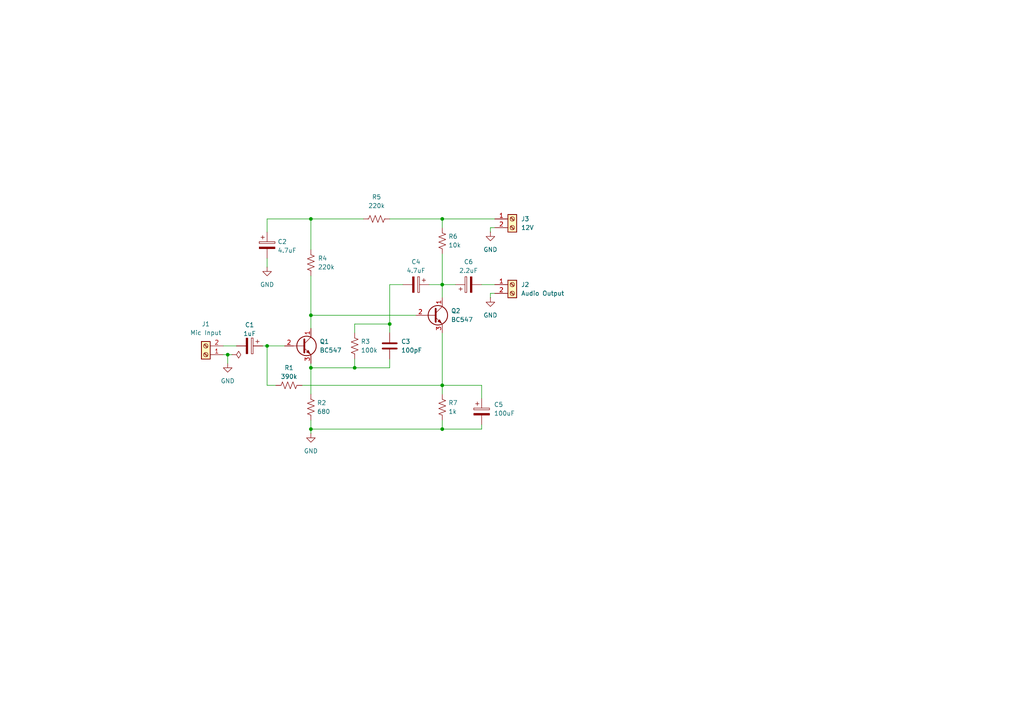
<source format=kicad_sch>
(kicad_sch (version 20250114) (generator "eeschema") (generator_version "9.0")
  (paper "A4")
  (lib_symbols
    (symbol "Connector:Screw_Terminal_01x02" (pin_names (offset 1.016) (hide yes))
      (property "Reference" "J" (at 0 2.54 0))
      (property "Value" "Screw_Terminal_01x02" (at 0 -5.08 0))
      (symbol "Screw_Terminal_01x02_1_1"
        (rectangle (start -1.27 1.27) (end 1.27 -3.81) (stroke (width 0.254)) (fill (type background)))
        (polyline (pts (xy -0.5334 0.3302) (xy 0.3302 -0.508)) (stroke (width 0.1524)))
        (polyline (pts (xy -0.5334 -2.2098) (xy 0.3302 -3.048)) (stroke (width 0.1524)))
        (polyline (pts (xy -0.3556 0.508) (xy 0.508 -0.3302)) (stroke (width 0.1524)))
        (polyline (pts (xy -0.3556 -2.032) (xy 0.508 -2.8702)) (stroke (width 0.1524)))
        (circle (center 0 0) (radius 0.635) (stroke (width 0.1524)))
        (circle (center 0 -2.54) (radius 0.635) (stroke (width 0.1524)))
        (pin passive line (at -5.08 0 0) (length 3.81) (name "Pin_1") (number "1"))
        (pin passive line (at -5.08 -2.54 0) (length 3.81) (name "Pin_2") (number "2"))
      )
    )
    (symbol "Device:C" (pin_numbers (hide yes)) (pin_names (offset 0.254))
      (property "Reference" "C" (at 0.635 2.54 0))
      (property "Value" "C" (at 0.635 -2.54 0))
      (symbol "C_0_1"
        (polyline (pts (xy -2.032 0.762) (xy 2.032 0.762)) (stroke (width 0.508)))
        (polyline (pts (xy -2.032 -0.762) (xy 2.032 -0.762)) (stroke (width 0.508)))
      )
      (symbol "C_1_1"
        (pin passive line (at 0 3.81 270) (length 2.794) (name "~") (number "1"))
        (pin passive line (at 0 -3.81 90) (length 2.794) (name "~") (number "2"))
      )
    )
    (symbol "Device:C_Polarized" (pin_numbers (hide yes)) (pin_names (offset 0.254))
      (property "Reference" "C" (at 0.635 2.54 0))
      (property "Value" "C_Polarized" (at 0.635 -2.54 0))
      (symbol "C_Polarized_0_1"
        (rectangle (start -2.286 0.508) (end 2.286 1.016))
        (polyline (pts (xy -1.778 2.286) (xy -0.762 2.286)))
        (polyline (pts (xy -1.27 2.794) (xy -1.27 1.778)))
        (rectangle (start 2.286 -0.508) (end -2.286 -1.016) (fill (type outline)))
      )
      (symbol "C_Polarized_1_1"
        (pin passive line (at 0 3.81 270) (length 2.794) (name "~") (number "1"))
        (pin passive line (at 0 -3.81 90) (length 2.794) (name "~") (number "2"))
      )
    )
    (symbol "Device:R_US" (pin_numbers (hide yes)) (pin_names (offset 0))
      (property "Reference" "R" (at 2.54 0 90))
      (property "Value" "R_US" (at -2.54 0 90))
      (symbol "R_US_0_1"
        (polyline (pts (xy 0 2.286) (xy 0 2.54)))
        (polyline (pts (xy 0 2.286) (xy 1.016 1.905) (xy 0 1.524) (xy -1.016 1.143) (xy 0 0.762)))
        (polyline (pts (xy 0 0.762) (xy 1.016 0.381) (xy 0 0) (xy -1.016 -0.381) (xy 0 -0.762)))
        (polyline (pts (xy 0 -0.762) (xy 1.016 -1.143) (xy 0 -1.524) (xy -1.016 -1.905) (xy 0 -2.286)))
        (polyline (pts (xy 0 -2.286) (xy 0 -2.54)))
      )
      (symbol "R_US_1_1"
        (pin passive line (at 0 3.81 270) (length 1.27) (name "~") (number "1"))
        (pin passive line (at 0 -3.81 90) (length 1.27) (name "~") (number "2"))
      )
    )
    (symbol "Transistor_BJT:BC547" (pin_names (offset 0) (hide yes))
      (property "Reference" "Q" (at 5.08 1.905 0))
      (property "Value" "BC547" (at 5.08 0 0))
      (symbol "BC547_0_1"
        (polyline (pts (xy -2.54 0) (xy 0.635 0)))
        (polyline (pts (xy 0.635 1.905) (xy 0.635 -1.905)) (stroke (width 0.508)))
        (circle (center 1.27 0) (radius 2.8194) (stroke (width 0.254)))
      )
      (symbol "BC547_1_1"
        (polyline (pts (xy 0.635 0.635) (xy 2.54 2.54)))
        (polyline (pts (xy 0.635 -0.635) (xy 2.54 -2.54)))
        (polyline (pts (xy 1.27 -1.778) (xy 1.778 -1.27) (xy 2.286 -2.286) (xy 1.27 -1.778)) (fill (type outline)))
        (pin input line (at -5.08 0 0) (length 2.54) (name "B") (number "2"))
        (pin passive line (at 2.54 5.08 270) (length 2.54) (name "C") (number "1"))
        (pin passive line (at 2.54 -5.08 90) (length 2.54) (name "E") (number "3"))
      )
    )
    (symbol "power:GND" (power) (pin_numbers (hide yes)) (pin_names (offset 0) (hide yes))
      (property "Value" "GND" (at 0 -3.81 0))
      (symbol "GND_0_1"
        (polyline (pts (xy 0 0) (xy 0 -1.27) (xy 1.27 -1.27) (xy 0 -2.54) (xy -1.27 -1.27) (xy 0 -1.27)))
      )
      (symbol "GND_1_1"
        (pin power_in line (at 0 0 270) (length 0) (name "~") (number "1"))
      )
    )
    (symbol "power:PWR_FLAG" (power) (pin_numbers (hide yes)) (pin_names (offset 0) (hide yes))
      (property "Value" "PWR_FLAG" (at 0 3.81 0))
      (symbol "PWR_FLAG_0_0"
        (pin power_out line (at 0 0 90) (length 0) (name "~") (number "1"))
      )
      (symbol "PWR_FLAG_0_1"
        (polyline (pts (xy 0 0) (xy 0 1.27) (xy -1.016 1.905) (xy 0 2.54) (xy 1.016 1.905) (xy 0 1.27)))
      )
    )
  )
  (junction (at 128.27 63.5))
  (junction (at 113.03 93.98))
  (junction (at 90.17 63.5))
  (junction (at 90.17 106.68))
  (junction (at 128.27 111.76))
  (junction (at 102.87 106.68))
  (junction (at 128.27 82.55))
  (junction (at 77.47 100.33))
  (junction (at 128.27 124.46))
  (junction (at 90.17 91.44))
  (junction (at 66.04 102.87))
  (junction (at 90.17 124.46))
  (wire (pts (xy 77.47 63.5) (xy 90.17 63.5)))
  (wire (pts (xy 77.47 100.33) (xy 76.2 100.33)))
  (wire (pts (xy 90.17 124.46) (xy 90.17 125.73)))
  (wire (pts (xy 143.51 63.5) (xy 128.27 63.5)))
  (wire (pts (xy 128.27 124.46) (xy 128.27 121.92)))
  (wire (pts (xy 90.17 124.46) (xy 128.27 124.46)))
  (wire (pts (xy 90.17 91.44) (xy 90.17 95.25)))
  (wire (pts (xy 142.24 66.04) (xy 143.51 66.04)))
  (wire (pts (xy 139.7 123.19) (xy 139.7 124.46)))
  (wire (pts (xy 132.08 82.55) (xy 128.27 82.55)))
  (wire (pts (xy 77.47 74.93) (xy 77.47 77.47)))
  (wire (pts (xy 128.27 96.52) (xy 128.27 111.76)))
  (wire (pts (xy 90.17 80.01) (xy 90.17 91.44)))
  (wire (pts (xy 77.47 67.31) (xy 77.47 63.5)))
  (wire (pts (xy 139.7 82.55) (xy 143.51 82.55)))
  (wire (pts (xy 66.04 102.87) (xy 67.31 102.87)))
  (wire (pts (xy 139.7 124.46) (xy 128.27 124.46)))
  (wire (pts (xy 77.47 100.33) (xy 82.55 100.33)))
  (wire (pts (xy 90.17 91.44) (xy 120.65 91.44)))
  (wire (pts (xy 116.84 82.55) (xy 113.03 82.55)))
  (wire (pts (xy 87.63 111.76) (xy 128.27 111.76)))
  (wire (pts (xy 64.77 102.87) (xy 66.04 102.87)))
  (wire (pts (xy 124.46 82.55) (xy 128.27 82.55)))
  (wire (pts (xy 128.27 73.66) (xy 128.27 82.55)))
  (wire (pts (xy 113.03 106.68) (xy 102.87 106.68)))
  (wire (pts (xy 90.17 121.92) (xy 90.17 124.46)))
  (wire (pts (xy 128.27 111.76) (xy 128.27 114.3)))
  (wire (pts (xy 90.17 105.41) (xy 90.17 106.68)))
  (wire (pts (xy 142.24 67.31) (xy 142.24 66.04)))
  (wire (pts (xy 66.04 102.87) (xy 66.04 105.41)))
  (wire (pts (xy 90.17 106.68) (xy 90.17 114.3)))
  (wire (pts (xy 142.24 85.09) (xy 142.24 86.36)))
  (wire (pts (xy 142.24 85.09) (xy 143.51 85.09)))
  (wire (pts (xy 113.03 93.98) (xy 113.03 96.52)))
  (wire (pts (xy 113.03 82.55) (xy 113.03 93.98)))
  (wire (pts (xy 77.47 111.76) (xy 77.47 100.33)))
  (wire (pts (xy 128.27 82.55) (xy 128.27 86.36)))
  (wire (pts (xy 64.77 100.33) (xy 68.58 100.33)))
  (wire (pts (xy 90.17 72.39) (xy 90.17 63.5)))
  (wire (pts (xy 102.87 93.98) (xy 113.03 93.98)))
  (wire (pts (xy 90.17 63.5) (xy 105.41 63.5)))
  (wire (pts (xy 113.03 63.5) (xy 128.27 63.5)))
  (wire (pts (xy 102.87 106.68) (xy 90.17 106.68)))
  (wire (pts (xy 139.7 111.76) (xy 128.27 111.76)))
  (wire (pts (xy 113.03 104.14) (xy 113.03 106.68)))
  (wire (pts (xy 102.87 96.52) (xy 102.87 93.98)))
  (wire (pts (xy 139.7 115.57) (xy 139.7 111.76)))
  (wire (pts (xy 102.87 104.14) (xy 102.87 106.68)))
  (wire (pts (xy 80.01 111.76) (xy 77.47 111.76)))
  (wire (pts (xy 128.27 63.5) (xy 128.27 66.04)))
  (symbol (lib_id "power:PWR_FLAG") (at 67.31 102.87 270) (unit 1)
    (property "Reference" "#FLG01" (effects (hide yes)))
    (property "Value" "PWR_FLAG" (effects (hide yes)))
    (property "Description" "Special symbol for telling ERC where power comes from" (effects (hide yes)))
  )
  (symbol (lib_id "power:GND") (at 77.47 77.47 0) (unit 1)
    (property "Reference" "#PWR04" (effects (hide yes)))
    (property "Value" "GND" (at 77.47 82.55 0))
    (property "Description" "Power symbol creates a global label with name \"GND\" , ground" (effects (hide yes)))
  )
  (symbol (lib_id "Device:C") (at 113.03 100.33 0) (unit 1)
    (property "Reference" "C3" (at 116.332 99.06 0) (effects (justify left)))
    (property "Value" "100pF" (at 116.332 101.6 0) (effects (justify left)))
    (property "Footprint" "Capacitor_THT:C_Disc_D4.3mm_W1.9mm_P5.00mm" (effects (hide yes)))
    (property "Description" "Unpolarized capacitor" (effects (hide yes)))
  )
  (symbol (lib_id "Device:R_US") (at 83.82 111.76 90) (unit 1)
    (property "Reference" "R1" (at 83.82 106.68 90))
    (property "Value" "390k" (at 83.82 109.22 90))
    (property "Footprint" "Resistor_THT:R_Axial_DIN0207_L6.3mm_D2.5mm_P10.16mm_Horizontal" (effects (hide yes)))
    (property "Description" "Resistor, US symbol" (effects (hide yes)))
  )
  (symbol (lib_id "Device:R_US") (at 128.27 69.85 0) (unit 1)
    (property "Reference" "R6" (at 130.048 68.58 0) (effects (justify left)))
    (property "Value" "10k" (at 130.048 71.12 0) (effects (justify left)))
    (property "Footprint" "Resistor_THT:R_Axial_DIN0207_L6.3mm_D2.5mm_P10.16mm_Horizontal" (effects (hide yes)))
    (property "Description" "Resistor, US symbol" (effects (hide yes)))
  )
  (symbol (lib_id "Device:C_Polarized") (at 77.47 71.12 0) (unit 1)
    (property "Reference" "C2" (at 80.518 70.104 0) (effects (justify left)))
    (property "Value" "4.7uF" (at 80.518 72.644 0) (effects (justify left)))
    (property "Footprint" "Capacitor_THT:CP_Radial_D8.0mm_P5.00mm" (effects (hide yes)))
    (property "Description" "Polarized capacitor" (effects (hide yes)))
  )
  (symbol (lib_id "power:GND") (at 142.24 67.31 0) (unit 1)
    (property "Reference" "#PWR05" (effects (hide yes)))
    (property "Value" "GND" (at 142.24 72.39 0))
    (property "Description" "Power symbol creates a global label with name \"GND\" , ground" (effects (hide yes)))
  )
  (symbol (lib_id "Connector:Screw_Terminal_01x02") (at 148.59 63.5 0) (unit 1)
    (property "Reference" "J3" (at 151.13 63.4999 0) (effects (justify left)))
    (property "Value" "12V" (at 151.13 66.0399 0) (effects (justify left)))
    (property "Footprint" "TerminalBlock_Phoenix:TerminalBlock_Phoenix_PT-1,5-2-5.0-H_1x02_P5.00mm_Horizontal" (effects (hide yes)))
    (property "Description" "Generic screw terminal, single row, 01x02, script generated (kicad-library-utils/schlib/autogen/connector/)" (effects (hide yes)))
  )
  (symbol (lib_id "Device:R_US") (at 109.22 63.5 90) (unit 1)
    (property "Reference" "R5" (at 109.22 57.15 90))
    (property "Value" "220k" (at 109.22 59.69 90))
    (property "Footprint" "Resistor_THT:R_Axial_DIN0207_L6.3mm_D2.5mm_P10.16mm_Horizontal" (effects (hide yes)))
    (property "Description" "Resistor, US symbol" (effects (hide yes)))
  )
  (symbol (lib_id "Connector:Screw_Terminal_01x02") (at 59.69 102.87 180) (unit 1)
    (property "Reference" "J1" (at 59.69 93.98 0))
    (property "Value" "Mic Input" (at 59.69 96.52 0))
    (property "Footprint" "TerminalBlock_Phoenix:TerminalBlock_Phoenix_PT-1,5-2-5.0-H_1x02_P5.00mm_Horizontal" (effects (hide yes)))
    (property "Description" "Generic screw terminal, single row, 01x02, script generated (kicad-library-utils/schlib/autogen/connector/)" (effects (hide yes)))
  )
  (symbol (lib_id "power:GND") (at 142.24 86.36 0) (unit 1)
    (property "Reference" "#PWR03" (effects (hide yes)))
    (property "Value" "GND" (at 142.24 91.44 0))
    (property "Description" "Power symbol creates a global label with name \"GND\" , ground" (effects (hide yes)))
  )
  (symbol (lib_id "Device:R_US") (at 128.27 118.11 0) (unit 1)
    (property "Reference" "R7" (at 130.048 116.84 0) (effects (justify left)))
    (property "Value" "1k" (at 130.048 119.38 0) (effects (justify left)))
    (property "Footprint" "Resistor_THT:R_Axial_DIN0207_L6.3mm_D2.5mm_P10.16mm_Horizontal" (effects (hide yes)))
    (property "Description" "Resistor, US symbol" (effects (hide yes)))
  )
  (symbol (lib_id "Device:R_US") (at 90.17 76.2 0) (unit 1)
    (property "Reference" "R4" (at 92.202 74.93 0) (effects (justify left)))
    (property "Value" "220k" (at 92.202 77.47 0) (effects (justify left)))
    (property "Footprint" "Resistor_THT:R_Axial_DIN0207_L6.3mm_D2.5mm_P10.16mm_Horizontal" (effects (hide yes)))
    (property "Description" "Resistor, US symbol" (effects (hide yes)))
  )
  (symbol (lib_id "Device:R_US") (at 102.87 100.33 0) (unit 1)
    (property "Reference" "R3" (at 104.648 99.06 0) (effects (justify left)))
    (property "Value" "100k" (at 104.648 101.6 0) (effects (justify left)))
    (property "Footprint" "Resistor_THT:R_Axial_DIN0207_L6.3mm_D2.5mm_P10.16mm_Horizontal" (effects (hide yes)))
    (property "Description" "Resistor, US symbol" (effects (hide yes)))
  )
  (symbol (lib_id "Connector:Screw_Terminal_01x02") (at 148.59 82.55 0) (unit 1)
    (property "Reference" "J2" (at 151.13 82.5499 0) (effects (justify left)))
    (property "Value" "Audio Output" (at 151.13 85.0899 0) (effects (justify left)))
    (property "Footprint" "TerminalBlock_Phoenix:TerminalBlock_Phoenix_PT-1,5-2-5.0-H_1x02_P5.00mm_Horizontal" (effects (hide yes)))
    (property "Description" "Generic screw terminal, single row, 01x02, script generated (kicad-library-utils/schlib/autogen/connector/)" (effects (hide yes)))
  )
  (symbol (lib_id "Transistor_BJT:BC547") (at 87.63 100.33 0) (unit 1)
    (property "Reference" "Q1" (at 92.71 99.0599 0) (effects (justify left)))
    (property "Value" "BC547" (at 92.71 101.5999 0) (effects (justify left)))
    (property "Footprint" "Package_TO_SOT_THT:TO-92_Inline" (effects (hide yes)))
    (property "Datasheet" "https://www.onsemi.com/pub/Collateral/BC550-D.pdf" (effects (hide yes)))
    (property "Description" "0.1A Ic, 45V Vce, Small Signal NPN Transistor, TO-92" (effects (hide yes)))
  )
  (symbol (lib_id "Device:C_Polarized") (at 72.39 100.33 270) (unit 1)
    (property "Reference" "C1" (at 72.39 94.234 90))
    (property "Value" "1uF" (at 72.39 96.774 90))
    (property "Footprint" "Capacitor_THT:CP_Radial_D8.0mm_P5.00mm" (effects (hide yes)))
    (property "Description" "Polarized capacitor" (effects (hide yes)))
  )
  (symbol (lib_id "Device:C_Polarized") (at 135.89 82.55 90) (unit 1)
    (property "Reference" "C6" (at 135.89 75.946 90))
    (property "Value" "2.2uF" (at 135.89 78.486 90))
    (property "Footprint" "Capacitor_THT:CP_Radial_D8.0mm_P5.00mm" (effects (hide yes)))
    (property "Description" "Polarized capacitor" (effects (hide yes)))
  )
  (symbol (lib_id "Device:C_Polarized") (at 120.65 82.55 270) (unit 1)
    (property "Reference" "C4" (at 120.65 75.946 90))
    (property "Value" "4.7uF" (at 120.65 78.486 90))
    (property "Footprint" "Capacitor_THT:CP_Radial_D8.0mm_P5.00mm" (effects (hide yes)))
    (property "Description" "Polarized capacitor" (effects (hide yes)))
  )
  (symbol (lib_id "Device:C_Polarized") (at 139.7 119.38 0) (unit 1)
    (property "Reference" "C5" (at 143.256 117.348 0) (effects (justify left)))
    (property "Value" "100uF" (at 143.256 119.888 0) (effects (justify left)))
    (property "Footprint" "Capacitor_THT:CP_Radial_D8.0mm_P5.00mm" (effects (hide yes)))
    (property "Description" "Polarized capacitor" (effects (hide yes)))
  )
  (symbol (lib_id "Device:R_US") (at 90.17 118.11 0) (unit 1)
    (property "Reference" "R2" (at 91.948 116.84 0) (effects (justify left)))
    (property "Value" "680" (at 91.948 119.38 0) (effects (justify left)))
    (property "Footprint" "Resistor_THT:R_Axial_DIN0207_L6.3mm_D2.5mm_P10.16mm_Horizontal" (effects (hide yes)))
    (property "Description" "Resistor, US symbol" (effects (hide yes)))
  )
  (symbol (lib_id "power:GND") (at 66.04 105.41 0) (unit 1)
    (property "Reference" "#PWR01" (effects (hide yes)))
    (property "Value" "GND" (at 66.04 110.49 0))
    (property "Description" "Power symbol creates a global label with name \"GND\" , ground" (effects (hide yes)))
  )
  (symbol (lib_id "Transistor_BJT:BC547") (at 125.73 91.44 0) (unit 1)
    (property "Reference" "Q2" (at 130.81 90.1699 0) (effects (justify left)))
    (property "Value" "BC547" (at 130.81 92.7099 0) (effects (justify left)))
    (property "Footprint" "Package_TO_SOT_THT:TO-92_Inline" (effects (hide yes)))
    (property "Datasheet" "https://www.onsemi.com/pub/Collateral/BC550-D.pdf" (effects (hide yes)))
    (property "Description" "0.1A Ic, 45V Vce, Small Signal NPN Transistor, TO-92" (effects (hide yes)))
  )
  (symbol (lib_id "power:GND") (at 90.17 125.73 0) (unit 1)
    (property "Reference" "#PWR02" (effects (hide yes)))
    (property "Value" "GND" (at 90.17 130.81 0))
    (property "Description" "Power symbol creates a global label with name \"GND\" , ground" (effects (hide yes)))
  )
)
</source>
